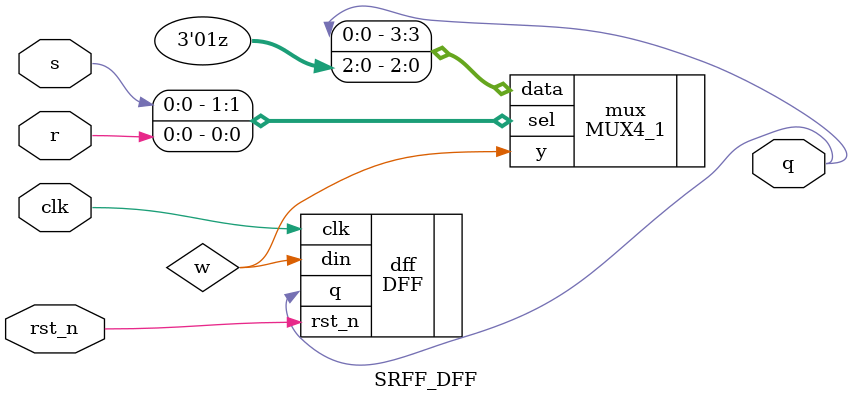
<source format=sv>
module SRFF_DFF(input s, r, clk, rst_n, output q);

    wire w;

    MUX4_1 mux(.data({q, 1'b0, 1'b1, 1'bz}), .sel({s, r}), .y(w));
    DFF dff(.din(w), .rst_n(rst_n), .clk(clk), .q(q));

endmodule

</source>
